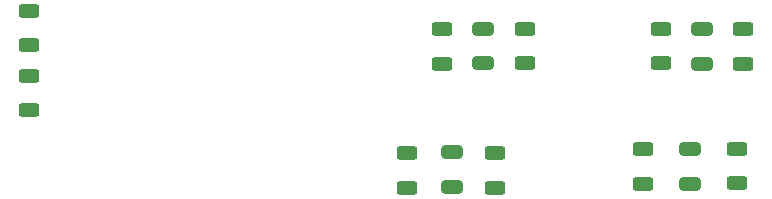
<source format=gtp>
G04 #@! TF.GenerationSoftware,KiCad,Pcbnew,9.0.2*
G04 #@! TF.CreationDate,2025-07-30T12:20:49-07:00*
G04 #@! TF.ProjectId,fsrPrototype3,66737250-726f-4746-9f74-797065332e6b,rev?*
G04 #@! TF.SameCoordinates,Original*
G04 #@! TF.FileFunction,Paste,Top*
G04 #@! TF.FilePolarity,Positive*
%FSLAX46Y46*%
G04 Gerber Fmt 4.6, Leading zero omitted, Abs format (unit mm)*
G04 Created by KiCad (PCBNEW 9.0.2) date 2025-07-30 12:20:49*
%MOMM*%
%LPD*%
G01*
G04 APERTURE LIST*
G04 Aperture macros list*
%AMRoundRect*
0 Rectangle with rounded corners*
0 $1 Rounding radius*
0 $2 $3 $4 $5 $6 $7 $8 $9 X,Y pos of 4 corners*
0 Add a 4 corners polygon primitive as box body*
4,1,4,$2,$3,$4,$5,$6,$7,$8,$9,$2,$3,0*
0 Add four circle primitives for the rounded corners*
1,1,$1+$1,$2,$3*
1,1,$1+$1,$4,$5*
1,1,$1+$1,$6,$7*
1,1,$1+$1,$8,$9*
0 Add four rect primitives between the rounded corners*
20,1,$1+$1,$2,$3,$4,$5,0*
20,1,$1+$1,$4,$5,$6,$7,0*
20,1,$1+$1,$6,$7,$8,$9,0*
20,1,$1+$1,$8,$9,$2,$3,0*%
G04 Aperture macros list end*
%ADD10RoundRect,0.250000X0.625000X-0.312500X0.625000X0.312500X-0.625000X0.312500X-0.625000X-0.312500X0*%
%ADD11RoundRect,0.250000X-0.625000X0.312500X-0.625000X-0.312500X0.625000X-0.312500X0.625000X0.312500X0*%
%ADD12RoundRect,0.250000X0.650000X-0.325000X0.650000X0.325000X-0.650000X0.325000X-0.650000X-0.325000X0*%
G04 APERTURE END LIST*
D10*
X82000000Y-51500000D03*
X82000000Y-54425000D03*
D11*
X121500000Y-60962500D03*
X121500000Y-58037500D03*
D12*
X117800000Y-60875000D03*
X117800000Y-57925000D03*
X120500000Y-50450000D03*
X120500000Y-47500000D03*
D10*
X114000000Y-60962500D03*
X114000000Y-58037500D03*
D12*
X138000000Y-60650000D03*
X138000000Y-57700000D03*
D10*
X117000000Y-50462500D03*
X117000000Y-47537500D03*
D11*
X142000000Y-57675000D03*
X142000000Y-60600000D03*
D10*
X134000000Y-60637500D03*
X134000000Y-57712500D03*
D11*
X124000000Y-47500000D03*
X124000000Y-50425000D03*
D10*
X135500000Y-50425000D03*
X135500000Y-47500000D03*
X82000000Y-48925000D03*
X82000000Y-46000000D03*
D11*
X142500000Y-47537500D03*
X142500000Y-50462500D03*
D12*
X139000000Y-50475000D03*
X139000000Y-47525000D03*
M02*

</source>
